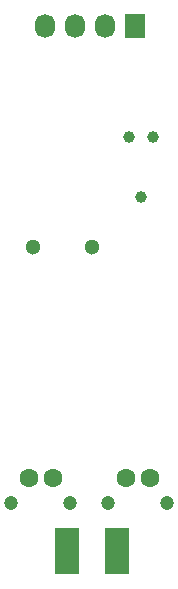
<source format=gbs>
G04 #@! TF.FileFunction,Soldermask,Bot*
%FSLAX46Y46*%
G04 Gerber Fmt 4.6, Leading zero omitted, Abs format (unit mm)*
G04 Created by KiCad (PCBNEW 4.0.2-4+6225~38~ubuntu15.10.1-stable) date Mon 28 Mar 2016 00:38:38 BST*
%MOMM*%
G01*
G04 APERTURE LIST*
%ADD10C,0.100000*%
%ADD11R,2.000000X4.000000*%
%ADD12C,1.200000*%
%ADD13C,1.600000*%
%ADD14C,1.000000*%
%ADD15R,1.727200X2.032000*%
%ADD16O,1.727200X2.032000*%
%ADD17C,1.300000*%
G04 APERTURE END LIST*
D10*
D11*
X122650000Y-112500000D03*
X126850000Y-112500000D03*
D12*
X117900000Y-108400000D03*
X122900000Y-108400000D03*
D13*
X119400000Y-106300000D03*
X121400000Y-106300000D03*
D12*
X126100000Y-108400000D03*
X131100000Y-108400000D03*
D13*
X127600000Y-106300000D03*
X129600000Y-106300000D03*
D14*
X128885000Y-82540000D03*
X129901000Y-77460000D03*
X127869000Y-77460000D03*
D15*
X128330000Y-68000000D03*
D16*
X125790000Y-68000000D03*
X123250000Y-68000000D03*
X120710000Y-68000000D03*
D17*
X124750000Y-86750000D03*
X119750000Y-86750000D03*
M02*

</source>
